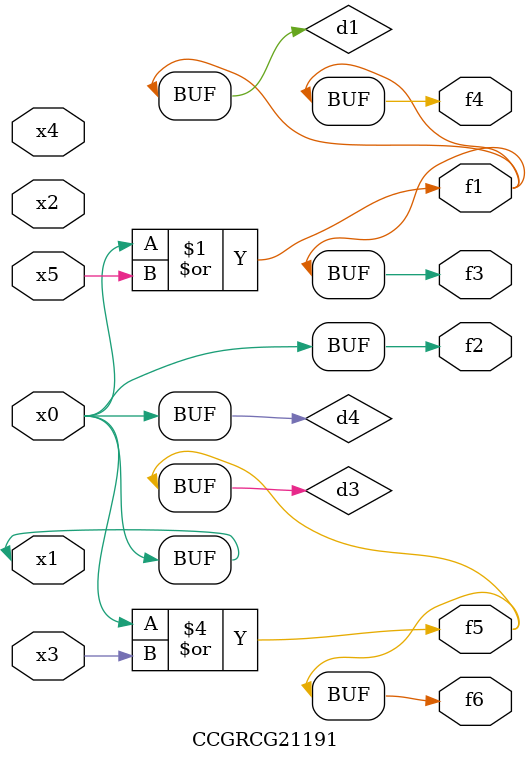
<source format=v>
module CCGRCG21191(
	input x0, x1, x2, x3, x4, x5,
	output f1, f2, f3, f4, f5, f6
);

	wire d1, d2, d3, d4;

	or (d1, x0, x5);
	xnor (d2, x1, x4);
	or (d3, x0, x3);
	buf (d4, x0, x1);
	assign f1 = d1;
	assign f2 = d4;
	assign f3 = d1;
	assign f4 = d1;
	assign f5 = d3;
	assign f6 = d3;
endmodule

</source>
